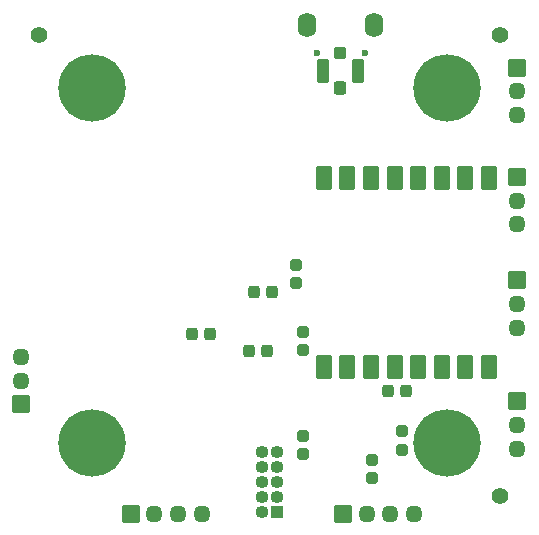
<source format=gbr>
%TF.GenerationSoftware,KiCad,Pcbnew,(6.0.1)*%
%TF.CreationDate,2022-04-25T14:18:18+03:00*%
%TF.ProjectId,fcb,6663622e-6b69-4636-9164-5f7063625858,0*%
%TF.SameCoordinates,Original*%
%TF.FileFunction,Soldermask,Bot*%
%TF.FilePolarity,Negative*%
%FSLAX46Y46*%
G04 Gerber Fmt 4.6, Leading zero omitted, Abs format (unit mm)*
G04 Created by KiCad (PCBNEW (6.0.1)) date 2022-04-25 14:18:18*
%MOMM*%
%LPD*%
G01*
G04 APERTURE LIST*
G04 Aperture macros list*
%AMRoundRect*
0 Rectangle with rounded corners*
0 $1 Rounding radius*
0 $2 $3 $4 $5 $6 $7 $8 $9 X,Y pos of 4 corners*
0 Add a 4 corners polygon primitive as box body*
4,1,4,$2,$3,$4,$5,$6,$7,$8,$9,$2,$3,0*
0 Add four circle primitives for the rounded corners*
1,1,$1+$1,$2,$3*
1,1,$1+$1,$4,$5*
1,1,$1+$1,$6,$7*
1,1,$1+$1,$8,$9*
0 Add four rect primitives between the rounded corners*
20,1,$1+$1,$2,$3,$4,$5,0*
20,1,$1+$1,$4,$5,$6,$7,0*
20,1,$1+$1,$6,$7,$8,$9,0*
20,1,$1+$1,$8,$9,$2,$3,0*%
G04 Aperture macros list end*
%ADD10C,1.400000*%
%ADD11O,1.450000X1.450000*%
%ADD12RoundRect,0.050000X-0.675000X-0.675000X0.675000X-0.675000X0.675000X0.675000X-0.675000X0.675000X0*%
%ADD13RoundRect,0.050000X0.675000X-0.675000X0.675000X0.675000X-0.675000X0.675000X-0.675000X-0.675000X0*%
%ADD14RoundRect,0.050000X0.675000X0.675000X-0.675000X0.675000X-0.675000X-0.675000X0.675000X-0.675000X0*%
%ADD15C,5.700000*%
%ADD16O,1.600000X2.100000*%
%ADD17C,0.600000*%
%ADD18O,1.100000X1.100000*%
%ADD19RoundRect,0.050000X0.500000X0.500000X-0.500000X0.500000X-0.500000X-0.500000X0.500000X-0.500000X0*%
%ADD20RoundRect,0.275000X0.250000X-0.225000X0.250000X0.225000X-0.250000X0.225000X-0.250000X-0.225000X0*%
%ADD21RoundRect,0.275000X-0.225000X-0.250000X0.225000X-0.250000X0.225000X0.250000X-0.225000X0.250000X0*%
%ADD22RoundRect,0.275000X0.225000X0.250000X-0.225000X0.250000X-0.225000X-0.250000X0.225000X-0.250000X0*%
%ADD23RoundRect,0.214042X-0.460958X0.835958X-0.460958X-0.835958X0.460958X-0.835958X0.460958X0.835958X0*%
%ADD24RoundRect,0.275000X-0.250000X0.225000X-0.250000X-0.225000X0.250000X-0.225000X0.250000X0.225000X0*%
%ADD25RoundRect,0.300000X0.250000X0.750000X-0.250000X0.750000X-0.250000X-0.750000X0.250000X-0.750000X0*%
%ADD26RoundRect,0.300000X0.250000X0.250000X-0.250000X0.250000X-0.250000X-0.250000X0.250000X-0.250000X0*%
%ADD27RoundRect,0.300000X0.250000X0.275000X-0.250000X0.275000X-0.250000X-0.275000X0.250000X-0.275000X0*%
G04 APERTURE END LIST*
D10*
%TO.C,T3*%
X167500000Y-121500000D03*
%TD*%
D11*
%TO.C,J9*%
X169000000Y-107250000D03*
X169000000Y-105250000D03*
D12*
X169000000Y-103250000D03*
%TD*%
D11*
%TO.C,J4*%
X160250000Y-123000000D03*
X158250000Y-123000000D03*
X156250000Y-123000000D03*
D13*
X154250000Y-123000000D03*
%TD*%
D10*
%TO.C,T2*%
X167500000Y-82500000D03*
%TD*%
D11*
%TO.C,J11*%
X169000000Y-89250000D03*
X169000000Y-87250000D03*
D12*
X169000000Y-85250000D03*
%TD*%
D11*
%TO.C,J7*%
X127000000Y-109750000D03*
X127000000Y-111750000D03*
D14*
X127000000Y-113750000D03*
%TD*%
D10*
%TO.C,T1*%
X128500000Y-82500000D03*
%TD*%
D11*
%TO.C,J6*%
X169000000Y-117500000D03*
X169000000Y-115500000D03*
D12*
X169000000Y-113500000D03*
%TD*%
D15*
%TO.C,H2*%
X163000000Y-87000000D03*
%TD*%
D11*
%TO.C,J10*%
X169000000Y-98500000D03*
X169000000Y-96500000D03*
D12*
X169000000Y-94500000D03*
%TD*%
D15*
%TO.C,H3*%
X133000000Y-117000000D03*
%TD*%
%TO.C,H4*%
X163000000Y-117000000D03*
%TD*%
D16*
%TO.C,J5*%
X151220000Y-81638500D03*
X156880000Y-81638500D03*
D17*
X156050000Y-83988500D03*
X152050000Y-83988500D03*
%TD*%
D11*
%TO.C,J8*%
X142250000Y-123000000D03*
X140250000Y-123000000D03*
X138250000Y-123000000D03*
D13*
X136250000Y-123000000D03*
%TD*%
D18*
%TO.C,J2*%
X147355000Y-117770000D03*
X148625000Y-117770000D03*
X147355000Y-119040000D03*
X148625000Y-119040000D03*
X147355000Y-120310000D03*
X148625000Y-120310000D03*
X147355000Y-121580000D03*
X148625000Y-121580000D03*
X147355000Y-122850000D03*
D19*
X148625000Y-122850000D03*
%TD*%
D15*
%TO.C,H1*%
X133000000Y-87000000D03*
%TD*%
D20*
%TO.C,C15*%
X150250000Y-101950000D03*
X150250000Y-103500000D03*
%TD*%
D21*
%TO.C,C5*%
X159575000Y-112600000D03*
X158025000Y-112600000D03*
%TD*%
D22*
%TO.C,C7*%
X146250000Y-109200000D03*
X147800000Y-109200000D03*
%TD*%
D23*
%TO.C,U6*%
X152600000Y-110600000D03*
X154600000Y-110600000D03*
X156600000Y-110600000D03*
X158600000Y-110600000D03*
X160600000Y-110600000D03*
X162600000Y-110600000D03*
X164600000Y-110600000D03*
X166600000Y-110600000D03*
X166600000Y-94600000D03*
X164600000Y-94600000D03*
X162600000Y-94600000D03*
X160600000Y-94600000D03*
X158600000Y-94600000D03*
X156600000Y-94600000D03*
X154600000Y-94600000D03*
X152600000Y-94600000D03*
%TD*%
D21*
%TO.C,C16*%
X148250000Y-104250000D03*
X146700000Y-104250000D03*
%TD*%
D24*
%TO.C,C18*%
X159200000Y-117575000D03*
X159200000Y-116025000D03*
%TD*%
D20*
%TO.C,C6*%
X150800000Y-116425000D03*
X150800000Y-117975000D03*
%TD*%
D21*
%TO.C,C14*%
X142975000Y-107800000D03*
X141425000Y-107800000D03*
%TD*%
D20*
%TO.C,C8*%
X150800000Y-107625000D03*
X150800000Y-109175000D03*
%TD*%
D25*
%TO.C,J3*%
X152500000Y-85500000D03*
D26*
X154000000Y-84000000D03*
D25*
X155500000Y-85500000D03*
D27*
X154000000Y-87000000D03*
%TD*%
D24*
%TO.C,C21*%
X156700000Y-119975000D03*
X156700000Y-118425000D03*
%TD*%
M02*

</source>
